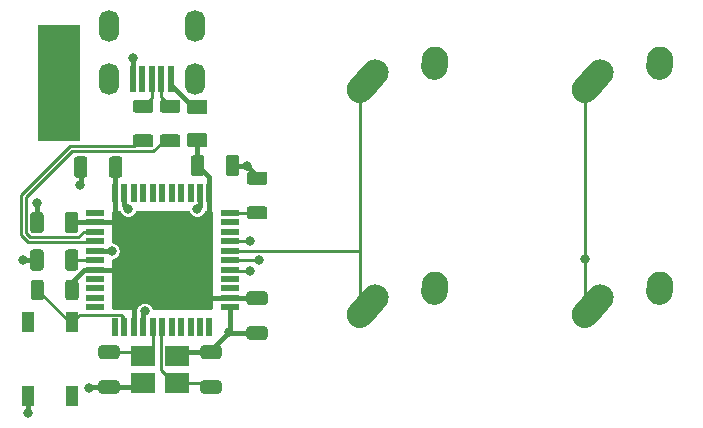
<source format=gbr>
%TF.GenerationSoftware,KiCad,Pcbnew,(5.1.7)-1*%
%TF.CreationDate,2020-10-25T17:01:22-04:00*%
%TF.ProjectId,keyboard_test,6b657962-6f61-4726-945f-746573742e6b,rev?*%
%TF.SameCoordinates,Original*%
%TF.FileFunction,Copper,L1,Top*%
%TF.FilePolarity,Positive*%
%FSLAX46Y46*%
G04 Gerber Fmt 4.6, Leading zero omitted, Abs format (unit mm)*
G04 Created by KiCad (PCBNEW (5.1.7)-1) date 2020-10-25 17:01:22*
%MOMM*%
%LPD*%
G01*
G04 APERTURE LIST*
%TA.AperFunction,NonConductor*%
%ADD10C,0.100000*%
%TD*%
%TA.AperFunction,SMDPad,CuDef*%
%ADD11R,2.100000X1.800000*%
%TD*%
%TA.AperFunction,ComponentPad*%
%ADD12O,1.700000X2.700000*%
%TD*%
%TA.AperFunction,SMDPad,CuDef*%
%ADD13R,0.500000X2.250000*%
%TD*%
%TA.AperFunction,SMDPad,CuDef*%
%ADD14R,0.550000X1.500000*%
%TD*%
%TA.AperFunction,SMDPad,CuDef*%
%ADD15R,1.500000X0.550000*%
%TD*%
%TA.AperFunction,SMDPad,CuDef*%
%ADD16R,1.100000X1.800000*%
%TD*%
%TA.AperFunction,ComponentPad*%
%ADD17C,2.250000*%
%TD*%
%TA.AperFunction,ViaPad*%
%ADD18C,0.800000*%
%TD*%
%TA.AperFunction,Conductor*%
%ADD19C,0.381000*%
%TD*%
%TA.AperFunction,Conductor*%
%ADD20C,0.254000*%
%TD*%
%TA.AperFunction,Conductor*%
%ADD21C,0.100000*%
%TD*%
G04 APERTURE END LIST*
D10*
G36*
X27940000Y-57277000D02*
G01*
X24511000Y-57277000D01*
X24511000Y-47498000D01*
X27940000Y-47498000D01*
X27940000Y-57277000D01*
G37*
X27940000Y-57277000D02*
X24511000Y-57277000D01*
X24511000Y-47498000D01*
X27940000Y-47498000D01*
X27940000Y-57277000D01*
D11*
%TO.P,Y1,4*%
%TO.N,Net-(C5-Pad1)*%
X36279750Y-77858000D03*
%TO.P,Y1,3*%
%TO.N,GND*%
X33379750Y-77858000D03*
%TO.P,Y1,2*%
%TO.N,Net-(C6-Pad1)*%
X33379750Y-75558000D03*
%TO.P,Y1,1*%
%TO.N,GND*%
X36279750Y-75558000D03*
%TD*%
D12*
%TO.P,USB1,6*%
%TO.N,GND*%
X37781250Y-47625000D03*
X30481250Y-47625000D03*
X30481250Y-52125000D03*
X37781250Y-52125000D03*
D13*
%TO.P,USB1,5*%
%TO.N,VCC*%
X35731250Y-52125000D03*
%TO.P,USB1,4*%
%TO.N,D-*%
X34931250Y-52125000D03*
%TO.P,USB1,3*%
%TO.N,D+*%
X34131250Y-52125000D03*
%TO.P,USB1,2*%
%TO.N,Net-(USB1-Pad2)*%
X33331250Y-52125000D03*
%TO.P,USB1,1*%
%TO.N,GND*%
X32531250Y-52125000D03*
%TD*%
D14*
%TO.P,U1,44*%
%TO.N,+5V*%
X31020250Y-61737000D03*
%TO.P,U1,43*%
%TO.N,GND*%
X31820250Y-61737000D03*
%TO.P,U1,42*%
%TO.N,Net-(U1-Pad42)*%
X32620250Y-61737000D03*
%TO.P,U1,41*%
%TO.N,Net-(U1-Pad41)*%
X33420250Y-61737000D03*
%TO.P,U1,40*%
%TO.N,Net-(U1-Pad40)*%
X34220250Y-61737000D03*
%TO.P,U1,39*%
%TO.N,Net-(U1-Pad39)*%
X35020250Y-61737000D03*
%TO.P,U1,38*%
%TO.N,Net-(U1-Pad38)*%
X35820250Y-61737000D03*
%TO.P,U1,37*%
%TO.N,Net-(U1-Pad37)*%
X36620250Y-61737000D03*
%TO.P,U1,36*%
%TO.N,Net-(U1-Pad36)*%
X37420250Y-61737000D03*
%TO.P,U1,35*%
%TO.N,GND*%
X38220250Y-61737000D03*
%TO.P,U1,34*%
%TO.N,+5V*%
X39020250Y-61737000D03*
D15*
%TO.P,U1,33*%
%TO.N,Net-(R4-Pad1)*%
X40720250Y-63437000D03*
%TO.P,U1,32*%
%TO.N,Net-(U1-Pad32)*%
X40720250Y-64237000D03*
%TO.P,U1,31*%
%TO.N,Net-(U1-Pad31)*%
X40720250Y-65037000D03*
%TO.P,U1,30*%
%TO.N,ROW_0*%
X40720250Y-65837000D03*
%TO.P,U1,29*%
%TO.N,COL_0*%
X40720250Y-66637000D03*
%TO.P,U1,28*%
%TO.N,COL_1*%
X40720250Y-67437000D03*
%TO.P,U1,27*%
%TO.N,ROW_1*%
X40720250Y-68237000D03*
%TO.P,U1,26*%
%TO.N,Net-(U1-Pad26)*%
X40720250Y-69037000D03*
%TO.P,U1,25*%
%TO.N,Net-(U1-Pad25)*%
X40720250Y-69837000D03*
%TO.P,U1,24*%
%TO.N,+5V*%
X40720250Y-70637000D03*
%TO.P,U1,23*%
%TO.N,GND*%
X40720250Y-71437000D03*
D14*
%TO.P,U1,22*%
%TO.N,Net-(U1-Pad22)*%
X39020250Y-73137000D03*
%TO.P,U1,21*%
%TO.N,Net-(U1-Pad21)*%
X38220250Y-73137000D03*
%TO.P,U1,20*%
%TO.N,Net-(U1-Pad20)*%
X37420250Y-73137000D03*
%TO.P,U1,19*%
%TO.N,Net-(U1-Pad19)*%
X36620250Y-73137000D03*
%TO.P,U1,18*%
%TO.N,Net-(U1-Pad18)*%
X35820250Y-73137000D03*
%TO.P,U1,17*%
%TO.N,Net-(C5-Pad1)*%
X35020250Y-73137000D03*
%TO.P,U1,16*%
%TO.N,Net-(C6-Pad1)*%
X34220250Y-73137000D03*
%TO.P,U1,15*%
%TO.N,GND*%
X33420250Y-73137000D03*
%TO.P,U1,14*%
%TO.N,+5V*%
X32620250Y-73137000D03*
%TO.P,U1,13*%
%TO.N,Net-(R1-Pad1)*%
X31820250Y-73137000D03*
%TO.P,U1,12*%
%TO.N,Net-(U1-Pad12)*%
X31020250Y-73137000D03*
D15*
%TO.P,U1,11*%
%TO.N,Net-(U1-Pad11)*%
X29320250Y-71437000D03*
%TO.P,U1,10*%
%TO.N,Net-(U1-Pad10)*%
X29320250Y-70637000D03*
%TO.P,U1,9*%
%TO.N,Net-(U1-Pad9)*%
X29320250Y-69837000D03*
%TO.P,U1,8*%
%TO.N,Net-(U1-Pad8)*%
X29320250Y-69037000D03*
%TO.P,U1,7*%
%TO.N,+5V*%
X29320250Y-68237000D03*
%TO.P,U1,6*%
%TO.N,Net-(C7-Pad1)*%
X29320250Y-67437000D03*
%TO.P,U1,5*%
%TO.N,GND*%
X29320250Y-66637000D03*
%TO.P,U1,4*%
%TO.N,Net-(R2-Pad1)*%
X29320250Y-65837000D03*
%TO.P,U1,3*%
%TO.N,Net-(R3-Pad2)*%
X29320250Y-65037000D03*
%TO.P,U1,2*%
%TO.N,+5V*%
X29320250Y-64237000D03*
%TO.P,U1,1*%
%TO.N,Net-(U1-Pad1)*%
X29320250Y-63437000D03*
%TD*%
D16*
%TO.P,SW1,4*%
%TO.N,N/C*%
X23677000Y-72719000D03*
%TO.P,SW1,3*%
X27377000Y-78919000D03*
%TO.P,SW1,2*%
%TO.N,Net-(R1-Pad1)*%
X27377000Y-72719000D03*
%TO.P,SW1,1*%
%TO.N,GND*%
X23677000Y-78919000D03*
%TD*%
%TO.P,R4,2*%
%TO.N,GND*%
%TA.AperFunction,SMDPad,CuDef*%
G36*
G01*
X43678001Y-61076000D02*
X42427999Y-61076000D01*
G75*
G02*
X42178000Y-60826001I0J249999D01*
G01*
X42178000Y-60200999D01*
G75*
G02*
X42427999Y-59951000I249999J0D01*
G01*
X43678001Y-59951000D01*
G75*
G02*
X43928000Y-60200999I0J-249999D01*
G01*
X43928000Y-60826001D01*
G75*
G02*
X43678001Y-61076000I-249999J0D01*
G01*
G37*
%TD.AperFunction*%
%TO.P,R4,1*%
%TO.N,Net-(R4-Pad1)*%
%TA.AperFunction,SMDPad,CuDef*%
G36*
G01*
X43678001Y-64001000D02*
X42427999Y-64001000D01*
G75*
G02*
X42178000Y-63751001I0J249999D01*
G01*
X42178000Y-63125999D01*
G75*
G02*
X42427999Y-62876000I249999J0D01*
G01*
X43678001Y-62876000D01*
G75*
G02*
X43928000Y-63125999I0J-249999D01*
G01*
X43928000Y-63751001D01*
G75*
G02*
X43678001Y-64001000I-249999J0D01*
G01*
G37*
%TD.AperFunction*%
%TD*%
%TO.P,R3,2*%
%TO.N,Net-(R3-Pad2)*%
%TA.AperFunction,SMDPad,CuDef*%
G36*
G01*
X35061999Y-56780000D02*
X36312001Y-56780000D01*
G75*
G02*
X36562000Y-57029999I0J-249999D01*
G01*
X36562000Y-57655001D01*
G75*
G02*
X36312001Y-57905000I-249999J0D01*
G01*
X35061999Y-57905000D01*
G75*
G02*
X34812000Y-57655001I0J249999D01*
G01*
X34812000Y-57029999D01*
G75*
G02*
X35061999Y-56780000I249999J0D01*
G01*
G37*
%TD.AperFunction*%
%TO.P,R3,1*%
%TO.N,D-*%
%TA.AperFunction,SMDPad,CuDef*%
G36*
G01*
X35061999Y-53855000D02*
X36312001Y-53855000D01*
G75*
G02*
X36562000Y-54104999I0J-249999D01*
G01*
X36562000Y-54730001D01*
G75*
G02*
X36312001Y-54980000I-249999J0D01*
G01*
X35061999Y-54980000D01*
G75*
G02*
X34812000Y-54730001I0J249999D01*
G01*
X34812000Y-54104999D01*
G75*
G02*
X35061999Y-53855000I249999J0D01*
G01*
G37*
%TD.AperFunction*%
%TD*%
%TO.P,R2,2*%
%TO.N,D+*%
%TA.AperFunction,SMDPad,CuDef*%
G36*
G01*
X34026001Y-54980000D02*
X32775999Y-54980000D01*
G75*
G02*
X32526000Y-54730001I0J249999D01*
G01*
X32526000Y-54104999D01*
G75*
G02*
X32775999Y-53855000I249999J0D01*
G01*
X34026001Y-53855000D01*
G75*
G02*
X34276000Y-54104999I0J-249999D01*
G01*
X34276000Y-54730001D01*
G75*
G02*
X34026001Y-54980000I-249999J0D01*
G01*
G37*
%TD.AperFunction*%
%TO.P,R2,1*%
%TO.N,Net-(R2-Pad1)*%
%TA.AperFunction,SMDPad,CuDef*%
G36*
G01*
X34026001Y-57905000D02*
X32775999Y-57905000D01*
G75*
G02*
X32526000Y-57655001I0J249999D01*
G01*
X32526000Y-57029999D01*
G75*
G02*
X32775999Y-56780000I249999J0D01*
G01*
X34026001Y-56780000D01*
G75*
G02*
X34276000Y-57029999I0J-249999D01*
G01*
X34276000Y-57655001D01*
G75*
G02*
X34026001Y-57905000I-249999J0D01*
G01*
G37*
%TD.AperFunction*%
%TD*%
%TO.P,R1,2*%
%TO.N,+5V*%
%TA.AperFunction,SMDPad,CuDef*%
G36*
G01*
X26808000Y-70602001D02*
X26808000Y-69351999D01*
G75*
G02*
X27057999Y-69102000I249999J0D01*
G01*
X27683001Y-69102000D01*
G75*
G02*
X27933000Y-69351999I0J-249999D01*
G01*
X27933000Y-70602001D01*
G75*
G02*
X27683001Y-70852000I-249999J0D01*
G01*
X27057999Y-70852000D01*
G75*
G02*
X26808000Y-70602001I0J249999D01*
G01*
G37*
%TD.AperFunction*%
%TO.P,R1,1*%
%TO.N,Net-(R1-Pad1)*%
%TA.AperFunction,SMDPad,CuDef*%
G36*
G01*
X23883000Y-70602001D02*
X23883000Y-69351999D01*
G75*
G02*
X24132999Y-69102000I249999J0D01*
G01*
X24758001Y-69102000D01*
G75*
G02*
X25008000Y-69351999I0J-249999D01*
G01*
X25008000Y-70602001D01*
G75*
G02*
X24758001Y-70852000I-249999J0D01*
G01*
X24132999Y-70852000D01*
G75*
G02*
X23883000Y-70602001I0J249999D01*
G01*
G37*
%TD.AperFunction*%
%TD*%
D17*
%TO.P,MX4,1*%
%TO.N,COL_1*%
X72112500Y-70612500D03*
%TA.AperFunction,ComponentPad*%
G36*
G01*
X70051188Y-72909850D02*
X70051183Y-72909845D01*
G75*
G02*
X69965155Y-71321183I751317J837345D01*
G01*
X71275157Y-69861183D01*
G75*
G02*
X72863819Y-69775155I837345J-751317D01*
G01*
X72863819Y-69775155D01*
G75*
G02*
X72949847Y-71363817I-751317J-837345D01*
G01*
X71639845Y-72823817D01*
G75*
G02*
X70051183Y-72909845I-837345J751317D01*
G01*
G37*
%TD.AperFunction*%
%TO.P,MX4,2*%
%TO.N,Net-(D4-Pad2)*%
X77152500Y-69532500D03*
%TA.AperFunction,ComponentPad*%
G36*
G01*
X77035983Y-71234895D02*
X77035097Y-71234834D01*
G75*
G02*
X75990166Y-70035097I77403J1122334D01*
G01*
X76030166Y-69455097D01*
G75*
G02*
X77229903Y-68410166I1122334J-77403D01*
G01*
X77229903Y-68410166D01*
G75*
G02*
X78274834Y-69609903I-77403J-1122334D01*
G01*
X78234834Y-70189903D01*
G75*
G02*
X77035097Y-71234834I-1122334J77403D01*
G01*
G37*
%TD.AperFunction*%
%TD*%
%TO.P,MX3,1*%
%TO.N,COL_0*%
X53062500Y-70612500D03*
%TA.AperFunction,ComponentPad*%
G36*
G01*
X51001188Y-72909850D02*
X51001183Y-72909845D01*
G75*
G02*
X50915155Y-71321183I751317J837345D01*
G01*
X52225157Y-69861183D01*
G75*
G02*
X53813819Y-69775155I837345J-751317D01*
G01*
X53813819Y-69775155D01*
G75*
G02*
X53899847Y-71363817I-751317J-837345D01*
G01*
X52589845Y-72823817D01*
G75*
G02*
X51001183Y-72909845I-837345J751317D01*
G01*
G37*
%TD.AperFunction*%
%TO.P,MX3,2*%
%TO.N,Net-(D3-Pad2)*%
X58102500Y-69532500D03*
%TA.AperFunction,ComponentPad*%
G36*
G01*
X57985983Y-71234895D02*
X57985097Y-71234834D01*
G75*
G02*
X56940166Y-70035097I77403J1122334D01*
G01*
X56980166Y-69455097D01*
G75*
G02*
X58179903Y-68410166I1122334J-77403D01*
G01*
X58179903Y-68410166D01*
G75*
G02*
X59224834Y-69609903I-77403J-1122334D01*
G01*
X59184834Y-70189903D01*
G75*
G02*
X57985097Y-71234834I-1122334J77403D01*
G01*
G37*
%TD.AperFunction*%
%TD*%
%TO.P,MX2,1*%
%TO.N,COL_1*%
X72112500Y-51562500D03*
%TA.AperFunction,ComponentPad*%
G36*
G01*
X70051188Y-53859850D02*
X70051183Y-53859845D01*
G75*
G02*
X69965155Y-52271183I751317J837345D01*
G01*
X71275157Y-50811183D01*
G75*
G02*
X72863819Y-50725155I837345J-751317D01*
G01*
X72863819Y-50725155D01*
G75*
G02*
X72949847Y-52313817I-751317J-837345D01*
G01*
X71639845Y-53773817D01*
G75*
G02*
X70051183Y-53859845I-837345J751317D01*
G01*
G37*
%TD.AperFunction*%
%TO.P,MX2,2*%
%TO.N,Net-(D2-Pad2)*%
X77152500Y-50482500D03*
%TA.AperFunction,ComponentPad*%
G36*
G01*
X77035983Y-52184895D02*
X77035097Y-52184834D01*
G75*
G02*
X75990166Y-50985097I77403J1122334D01*
G01*
X76030166Y-50405097D01*
G75*
G02*
X77229903Y-49360166I1122334J-77403D01*
G01*
X77229903Y-49360166D01*
G75*
G02*
X78274834Y-50559903I-77403J-1122334D01*
G01*
X78234834Y-51139903D01*
G75*
G02*
X77035097Y-52184834I-1122334J77403D01*
G01*
G37*
%TD.AperFunction*%
%TD*%
%TO.P,MX1,1*%
%TO.N,COL_0*%
X53062500Y-51562500D03*
%TA.AperFunction,ComponentPad*%
G36*
G01*
X51001188Y-53859850D02*
X51001183Y-53859845D01*
G75*
G02*
X50915155Y-52271183I751317J837345D01*
G01*
X52225157Y-50811183D01*
G75*
G02*
X53813819Y-50725155I837345J-751317D01*
G01*
X53813819Y-50725155D01*
G75*
G02*
X53899847Y-52313817I-751317J-837345D01*
G01*
X52589845Y-53773817D01*
G75*
G02*
X51001183Y-53859845I-837345J751317D01*
G01*
G37*
%TD.AperFunction*%
%TO.P,MX1,2*%
%TO.N,Net-(D1-Pad2)*%
X58102500Y-50482500D03*
%TA.AperFunction,ComponentPad*%
G36*
G01*
X57985983Y-52184895D02*
X57985097Y-52184834D01*
G75*
G02*
X56940166Y-50985097I77403J1122334D01*
G01*
X56980166Y-50405097D01*
G75*
G02*
X58179903Y-49360166I1122334J-77403D01*
G01*
X58179903Y-49360166D01*
G75*
G02*
X59224834Y-50559903I-77403J-1122334D01*
G01*
X59184834Y-51139903D01*
G75*
G02*
X57985097Y-52184834I-1122334J77403D01*
G01*
G37*
%TD.AperFunction*%
%TD*%
%TO.P,F1,2*%
%TO.N,VCC*%
%TA.AperFunction,SMDPad,CuDef*%
G36*
G01*
X38598000Y-55105000D02*
X37348000Y-55105000D01*
G75*
G02*
X37098000Y-54855000I0J250000D01*
G01*
X37098000Y-54105000D01*
G75*
G02*
X37348000Y-53855000I250000J0D01*
G01*
X38598000Y-53855000D01*
G75*
G02*
X38848000Y-54105000I0J-250000D01*
G01*
X38848000Y-54855000D01*
G75*
G02*
X38598000Y-55105000I-250000J0D01*
G01*
G37*
%TD.AperFunction*%
%TO.P,F1,1*%
%TO.N,+5V*%
%TA.AperFunction,SMDPad,CuDef*%
G36*
G01*
X38598000Y-57905000D02*
X37348000Y-57905000D01*
G75*
G02*
X37098000Y-57655000I0J250000D01*
G01*
X37098000Y-56905000D01*
G75*
G02*
X37348000Y-56655000I250000J0D01*
G01*
X38598000Y-56655000D01*
G75*
G02*
X38848000Y-56905000I0J-250000D01*
G01*
X38848000Y-57655000D01*
G75*
G02*
X38598000Y-57905000I-250000J0D01*
G01*
G37*
%TD.AperFunction*%
%TD*%
%TO.P,C7,2*%
%TO.N,GND*%
%TA.AperFunction,SMDPad,CuDef*%
G36*
G01*
X24976250Y-66786999D02*
X24976250Y-68087001D01*
G75*
G02*
X24726251Y-68337000I-249999J0D01*
G01*
X24076249Y-68337000D01*
G75*
G02*
X23826250Y-68087001I0J249999D01*
G01*
X23826250Y-66786999D01*
G75*
G02*
X24076249Y-66537000I249999J0D01*
G01*
X24726251Y-66537000D01*
G75*
G02*
X24976250Y-66786999I0J-249999D01*
G01*
G37*
%TD.AperFunction*%
%TO.P,C7,1*%
%TO.N,Net-(C7-Pad1)*%
%TA.AperFunction,SMDPad,CuDef*%
G36*
G01*
X27926250Y-66786999D02*
X27926250Y-68087001D01*
G75*
G02*
X27676251Y-68337000I-249999J0D01*
G01*
X27026249Y-68337000D01*
G75*
G02*
X26776250Y-68087001I0J249999D01*
G01*
X26776250Y-66786999D01*
G75*
G02*
X27026249Y-66537000I249999J0D01*
G01*
X27676251Y-66537000D01*
G75*
G02*
X27926250Y-66786999I0J-249999D01*
G01*
G37*
%TD.AperFunction*%
%TD*%
%TO.P,C6,2*%
%TO.N,GND*%
%TA.AperFunction,SMDPad,CuDef*%
G36*
G01*
X29861749Y-77608000D02*
X31161751Y-77608000D01*
G75*
G02*
X31411750Y-77857999I0J-249999D01*
G01*
X31411750Y-78508001D01*
G75*
G02*
X31161751Y-78758000I-249999J0D01*
G01*
X29861749Y-78758000D01*
G75*
G02*
X29611750Y-78508001I0J249999D01*
G01*
X29611750Y-77857999D01*
G75*
G02*
X29861749Y-77608000I249999J0D01*
G01*
G37*
%TD.AperFunction*%
%TO.P,C6,1*%
%TO.N,Net-(C6-Pad1)*%
%TA.AperFunction,SMDPad,CuDef*%
G36*
G01*
X29861749Y-74658000D02*
X31161751Y-74658000D01*
G75*
G02*
X31411750Y-74907999I0J-249999D01*
G01*
X31411750Y-75558001D01*
G75*
G02*
X31161751Y-75808000I-249999J0D01*
G01*
X29861749Y-75808000D01*
G75*
G02*
X29611750Y-75558001I0J249999D01*
G01*
X29611750Y-74907999D01*
G75*
G02*
X29861749Y-74658000I249999J0D01*
G01*
G37*
%TD.AperFunction*%
%TD*%
%TO.P,C5,2*%
%TO.N,GND*%
%TA.AperFunction,SMDPad,CuDef*%
G36*
G01*
X39797751Y-75808000D02*
X38497749Y-75808000D01*
G75*
G02*
X38247750Y-75558001I0J249999D01*
G01*
X38247750Y-74907999D01*
G75*
G02*
X38497749Y-74658000I249999J0D01*
G01*
X39797751Y-74658000D01*
G75*
G02*
X40047750Y-74907999I0J-249999D01*
G01*
X40047750Y-75558001D01*
G75*
G02*
X39797751Y-75808000I-249999J0D01*
G01*
G37*
%TD.AperFunction*%
%TO.P,C5,1*%
%TO.N,Net-(C5-Pad1)*%
%TA.AperFunction,SMDPad,CuDef*%
G36*
G01*
X39797751Y-78758000D02*
X38497749Y-78758000D01*
G75*
G02*
X38247750Y-78508001I0J249999D01*
G01*
X38247750Y-77857999D01*
G75*
G02*
X38497749Y-77608000I249999J0D01*
G01*
X39797751Y-77608000D01*
G75*
G02*
X40047750Y-77857999I0J-249999D01*
G01*
X40047750Y-78508001D01*
G75*
G02*
X39797751Y-78758000I-249999J0D01*
G01*
G37*
%TD.AperFunction*%
%TD*%
%TO.P,C4,2*%
%TO.N,GND*%
%TA.AperFunction,SMDPad,CuDef*%
G36*
G01*
X28691000Y-58912999D02*
X28691000Y-60213001D01*
G75*
G02*
X28441001Y-60463000I-249999J0D01*
G01*
X27790999Y-60463000D01*
G75*
G02*
X27541000Y-60213001I0J249999D01*
G01*
X27541000Y-58912999D01*
G75*
G02*
X27790999Y-58663000I249999J0D01*
G01*
X28441001Y-58663000D01*
G75*
G02*
X28691000Y-58912999I0J-249999D01*
G01*
G37*
%TD.AperFunction*%
%TO.P,C4,1*%
%TO.N,+5V*%
%TA.AperFunction,SMDPad,CuDef*%
G36*
G01*
X31641000Y-58912999D02*
X31641000Y-60213001D01*
G75*
G02*
X31391001Y-60463000I-249999J0D01*
G01*
X30740999Y-60463000D01*
G75*
G02*
X30491000Y-60213001I0J249999D01*
G01*
X30491000Y-58912999D01*
G75*
G02*
X30740999Y-58663000I249999J0D01*
G01*
X31391001Y-58663000D01*
G75*
G02*
X31641000Y-58912999I0J-249999D01*
G01*
G37*
%TD.AperFunction*%
%TD*%
%TO.P,C3,2*%
%TO.N,GND*%
%TA.AperFunction,SMDPad,CuDef*%
G36*
G01*
X42402999Y-73036000D02*
X43703001Y-73036000D01*
G75*
G02*
X43953000Y-73285999I0J-249999D01*
G01*
X43953000Y-73936001D01*
G75*
G02*
X43703001Y-74186000I-249999J0D01*
G01*
X42402999Y-74186000D01*
G75*
G02*
X42153000Y-73936001I0J249999D01*
G01*
X42153000Y-73285999D01*
G75*
G02*
X42402999Y-73036000I249999J0D01*
G01*
G37*
%TD.AperFunction*%
%TO.P,C3,1*%
%TO.N,+5V*%
%TA.AperFunction,SMDPad,CuDef*%
G36*
G01*
X42402999Y-70086000D02*
X43703001Y-70086000D01*
G75*
G02*
X43953000Y-70335999I0J-249999D01*
G01*
X43953000Y-70986001D01*
G75*
G02*
X43703001Y-71236000I-249999J0D01*
G01*
X42402999Y-71236000D01*
G75*
G02*
X42153000Y-70986001I0J249999D01*
G01*
X42153000Y-70335999D01*
G75*
G02*
X42402999Y-70086000I249999J0D01*
G01*
G37*
%TD.AperFunction*%
%TD*%
%TO.P,C2,2*%
%TO.N,GND*%
%TA.AperFunction,SMDPad,CuDef*%
G36*
G01*
X24976250Y-63611999D02*
X24976250Y-64912001D01*
G75*
G02*
X24726251Y-65162000I-249999J0D01*
G01*
X24076249Y-65162000D01*
G75*
G02*
X23826250Y-64912001I0J249999D01*
G01*
X23826250Y-63611999D01*
G75*
G02*
X24076249Y-63362000I249999J0D01*
G01*
X24726251Y-63362000D01*
G75*
G02*
X24976250Y-63611999I0J-249999D01*
G01*
G37*
%TD.AperFunction*%
%TO.P,C2,1*%
%TO.N,+5V*%
%TA.AperFunction,SMDPad,CuDef*%
G36*
G01*
X27926250Y-63611999D02*
X27926250Y-64912001D01*
G75*
G02*
X27676251Y-65162000I-249999J0D01*
G01*
X27026249Y-65162000D01*
G75*
G02*
X26776250Y-64912001I0J249999D01*
G01*
X26776250Y-63611999D01*
G75*
G02*
X27026249Y-63362000I249999J0D01*
G01*
X27676251Y-63362000D01*
G75*
G02*
X27926250Y-63611999I0J-249999D01*
G01*
G37*
%TD.AperFunction*%
%TD*%
%TO.P,C1,2*%
%TO.N,GND*%
%TA.AperFunction,SMDPad,CuDef*%
G36*
G01*
X40397000Y-60086001D02*
X40397000Y-58785999D01*
G75*
G02*
X40646999Y-58536000I249999J0D01*
G01*
X41297001Y-58536000D01*
G75*
G02*
X41547000Y-58785999I0J-249999D01*
G01*
X41547000Y-60086001D01*
G75*
G02*
X41297001Y-60336000I-249999J0D01*
G01*
X40646999Y-60336000D01*
G75*
G02*
X40397000Y-60086001I0J249999D01*
G01*
G37*
%TD.AperFunction*%
%TO.P,C1,1*%
%TO.N,+5V*%
%TA.AperFunction,SMDPad,CuDef*%
G36*
G01*
X37447000Y-60086001D02*
X37447000Y-58785999D01*
G75*
G02*
X37696999Y-58536000I249999J0D01*
G01*
X38347001Y-58536000D01*
G75*
G02*
X38597000Y-58785999I0J-249999D01*
G01*
X38597000Y-60086001D01*
G75*
G02*
X38347001Y-60336000I-249999J0D01*
G01*
X37696999Y-60336000D01*
G75*
G02*
X37447000Y-60086001I0J249999D01*
G01*
G37*
%TD.AperFunction*%
%TD*%
D18*
%TO.N,GND*%
X24384000Y-62611000D03*
X28067000Y-61087000D03*
X32512000Y-50292000D03*
X37973000Y-63119000D03*
X32131000Y-63119000D03*
X42164000Y-59436000D03*
X40640000Y-73533000D03*
X28829000Y-78232000D03*
X23622000Y-80391000D03*
X30734000Y-66675000D03*
X33528000Y-71755000D03*
X23241000Y-67437000D03*
%TO.N,ROW_0*%
X42418000Y-65786000D03*
%TO.N,ROW_1*%
X42418000Y-68326000D03*
%TO.N,COL_1*%
X43180000Y-67437000D03*
X70802500Y-67373500D03*
%TD*%
D19*
%TO.N,GND*%
X24401250Y-62628250D02*
X24384000Y-62611000D01*
X24401250Y-64262000D02*
X24401250Y-62628250D01*
X28116000Y-61038000D02*
X28067000Y-61087000D01*
X28116000Y-59563000D02*
X28116000Y-61038000D01*
X32531250Y-50311250D02*
X32512000Y-50292000D01*
X32531250Y-52125000D02*
X32531250Y-50311250D01*
X38220250Y-62871750D02*
X37973000Y-63119000D01*
X38220250Y-61737000D02*
X38220250Y-62871750D01*
X31820250Y-62808250D02*
X32131000Y-63119000D01*
X31820250Y-61737000D02*
X31820250Y-62808250D01*
X40972000Y-59436000D02*
X42164000Y-59436000D01*
X43053000Y-60325000D02*
X42164000Y-59436000D01*
X43053000Y-60513500D02*
X43053000Y-60325000D01*
X40720250Y-73452750D02*
X40640000Y-73533000D01*
X40720250Y-71437000D02*
X40720250Y-73452750D01*
X40718000Y-73611000D02*
X40640000Y-73533000D01*
X43053000Y-73611000D02*
X40718000Y-73611000D01*
X39147750Y-75025250D02*
X40640000Y-73533000D01*
X39147750Y-75233000D02*
X39147750Y-75025250D01*
X36604750Y-75233000D02*
X36279750Y-75558000D01*
X39147750Y-75233000D02*
X36604750Y-75233000D01*
X33054750Y-78183000D02*
X33379750Y-77858000D01*
X30511750Y-78183000D02*
X33054750Y-78183000D01*
X28878000Y-78183000D02*
X28829000Y-78232000D01*
X30511750Y-78183000D02*
X28878000Y-78183000D01*
X23677000Y-80336000D02*
X23622000Y-80391000D01*
X23677000Y-78919000D02*
X23677000Y-80336000D01*
X30696000Y-66637000D02*
X30734000Y-66675000D01*
X29320250Y-66637000D02*
X30696000Y-66637000D01*
X33420250Y-71862750D02*
X33528000Y-71755000D01*
X33420250Y-73137000D02*
X33420250Y-71862750D01*
X24401250Y-67437000D02*
X23241000Y-67437000D01*
%TO.N,+5V*%
X37973000Y-59387000D02*
X38022000Y-59436000D01*
X37973000Y-57280000D02*
X37973000Y-59387000D01*
X39020250Y-60434250D02*
X39020250Y-61737000D01*
X38022000Y-59436000D02*
X39020250Y-60434250D01*
X31020250Y-59608750D02*
X31066000Y-59563000D01*
X31020250Y-61737000D02*
X31020250Y-59608750D01*
X27376250Y-64237000D02*
X27351250Y-64262000D01*
X29320250Y-64237000D02*
X27376250Y-64237000D01*
X28432070Y-68237000D02*
X27370500Y-69298570D01*
X27370500Y-69298570D02*
X27370500Y-69977000D01*
X29320250Y-68237000D02*
X28432070Y-68237000D01*
X43029000Y-70637000D02*
X43053000Y-70661000D01*
X40720250Y-70637000D02*
X43029000Y-70637000D01*
X30886000Y-64237000D02*
X29320250Y-64237000D01*
X32423000Y-68237000D02*
X32620250Y-68434250D01*
X40720250Y-70637000D02*
X39268000Y-70637000D01*
X39268000Y-70637000D02*
X39020250Y-70389250D01*
X38970250Y-69233750D02*
X39020250Y-69183750D01*
X32620250Y-69233750D02*
X38970250Y-69233750D01*
X39020250Y-69183750D02*
X39020250Y-61737000D01*
X39020250Y-70389250D02*
X39020250Y-69183750D01*
X32620250Y-68434250D02*
X32620250Y-69233750D01*
X32620250Y-69233750D02*
X32620250Y-73137000D01*
X31020250Y-68180250D02*
X31077000Y-68237000D01*
X29320250Y-68237000D02*
X31077000Y-68237000D01*
X31077000Y-68237000D02*
X32423000Y-68237000D01*
X31020250Y-63659250D02*
X31020250Y-64102750D01*
X31020250Y-64102750D02*
X30886000Y-64237000D01*
X31020250Y-61737000D02*
X31020250Y-63659250D01*
D20*
%TO.N,Net-(C5-Pad1)*%
X36041148Y-77858000D02*
X36279750Y-77858000D01*
X34902749Y-76719601D02*
X36041148Y-77858000D01*
X34902749Y-73254501D02*
X34902749Y-76719601D01*
X35020250Y-73137000D02*
X34902749Y-73254501D01*
X38822750Y-77858000D02*
X39147750Y-78183000D01*
X36279750Y-77858000D02*
X38822750Y-77858000D01*
%TO.N,Net-(C6-Pad1)*%
X33054750Y-75233000D02*
X33379750Y-75558000D01*
X30511750Y-75233000D02*
X33054750Y-75233000D01*
X34220250Y-74717500D02*
X33379750Y-75558000D01*
X34220250Y-73137000D02*
X34220250Y-74717500D01*
%TO.N,Net-(C7-Pad1)*%
X29320250Y-67437000D02*
X27351250Y-67437000D01*
%TO.N,ROW_0*%
X42367000Y-65837000D02*
X42418000Y-65786000D01*
X40720250Y-65837000D02*
X42367000Y-65837000D01*
%TO.N,ROW_1*%
X40809250Y-68326000D02*
X40720250Y-68237000D01*
X42418000Y-68326000D02*
X40809250Y-68326000D01*
D19*
%TO.N,VCC*%
X35731250Y-52618430D02*
X35731250Y-52125000D01*
X37592820Y-54480000D02*
X35731250Y-52618430D01*
X37973000Y-54480000D02*
X37592820Y-54480000D01*
D20*
%TO.N,COL_0*%
X51727000Y-66637000D02*
X51752500Y-66611500D01*
X40720250Y-66637000D02*
X51727000Y-66637000D01*
X51752500Y-66611500D02*
X51752500Y-72072500D01*
X51752500Y-53022500D02*
X51752500Y-66611500D01*
%TO.N,COL_1*%
X40720250Y-67437000D02*
X43180000Y-67437000D01*
X70802500Y-67373500D02*
X70802500Y-72072500D01*
X70802500Y-53022500D02*
X70802500Y-67373500D01*
%TO.N,D+*%
X34131250Y-53687250D02*
X33401000Y-54417500D01*
X34131250Y-52125000D02*
X34131250Y-53687250D01*
%TO.N,Net-(R2-Pad1)*%
X33081500Y-57342500D02*
X32646000Y-57778000D01*
X33401000Y-57342500D02*
X33081500Y-57342500D01*
X27182953Y-57778000D02*
X26917000Y-58043954D01*
X32646000Y-57778000D02*
X27182953Y-57778000D01*
X29214230Y-65943020D02*
X29320250Y-65837000D01*
X23649185Y-65943020D02*
X29214230Y-65943020D01*
X23045230Y-65339065D02*
X23649185Y-65943020D01*
X23045230Y-61915723D02*
X23045230Y-65339065D01*
X26917000Y-58043954D02*
X23045230Y-61915723D01*
%TO.N,Net-(R3-Pad2)*%
X35154518Y-57342500D02*
X35687000Y-57342500D01*
X34265008Y-58232010D02*
X35154518Y-57342500D01*
X27371010Y-58232010D02*
X34265008Y-58232010D01*
X23499240Y-62103780D02*
X27371010Y-58232010D01*
X23499240Y-65151008D02*
X23499240Y-62103780D01*
X23837242Y-65489010D02*
X23499240Y-65151008D01*
X27915258Y-65489010D02*
X23837242Y-65489010D01*
X28367268Y-65037000D02*
X27915258Y-65489010D01*
X29320250Y-65037000D02*
X28367268Y-65037000D01*
%TO.N,D-*%
X34931250Y-53661750D02*
X35687000Y-54417500D01*
X34931250Y-52125000D02*
X34931250Y-53661750D01*
%TO.N,Net-(R1-Pad1)*%
X27187500Y-72719000D02*
X24445500Y-69977000D01*
X27377000Y-72719000D02*
X27187500Y-72719000D01*
X31820250Y-72323398D02*
X31820250Y-73137000D01*
X31556851Y-72059999D02*
X31820250Y-72323398D01*
X28036001Y-72059999D02*
X31556851Y-72059999D01*
X27377000Y-72719000D02*
X28036001Y-72059999D01*
%TO.N,Net-(R4-Pad1)*%
X43051500Y-63437000D02*
X43053000Y-63438500D01*
X40720250Y-63437000D02*
X43051500Y-63437000D01*
%TD*%
%TO.N,+5V*%
X31438887Y-63488942D02*
X31524358Y-63616859D01*
X31633141Y-63725642D01*
X31761058Y-63811113D01*
X31903191Y-63869987D01*
X32054078Y-63900000D01*
X32207922Y-63900000D01*
X32358809Y-63869987D01*
X32500942Y-63811113D01*
X32628859Y-63725642D01*
X32737642Y-63616859D01*
X32823113Y-63488942D01*
X32871138Y-63373000D01*
X37232862Y-63373000D01*
X37280887Y-63488942D01*
X37366358Y-63616859D01*
X37475141Y-63725642D01*
X37603058Y-63811113D01*
X37745191Y-63869987D01*
X37896078Y-63900000D01*
X38049922Y-63900000D01*
X38200809Y-63869987D01*
X38342942Y-63811113D01*
X38470859Y-63725642D01*
X38579642Y-63616859D01*
X38665113Y-63488942D01*
X38713138Y-63373000D01*
X39116000Y-63373000D01*
X39116000Y-71501000D01*
X34268138Y-71501000D01*
X34220113Y-71385058D01*
X34134642Y-71257141D01*
X34025859Y-71148358D01*
X33897942Y-71062887D01*
X33755809Y-71004013D01*
X33604922Y-70974000D01*
X33451078Y-70974000D01*
X33300191Y-71004013D01*
X33158058Y-71062887D01*
X33030141Y-71148358D01*
X32921358Y-71257141D01*
X32835887Y-71385058D01*
X32787862Y-71501000D01*
X30861000Y-71501000D01*
X30861000Y-67446039D01*
X30961809Y-67425987D01*
X31103942Y-67367113D01*
X31231859Y-67281642D01*
X31340642Y-67172859D01*
X31426113Y-67044942D01*
X31484987Y-66902809D01*
X31515000Y-66751922D01*
X31515000Y-66598078D01*
X31484987Y-66447191D01*
X31426113Y-66305058D01*
X31340642Y-66177141D01*
X31231859Y-66068358D01*
X31103942Y-65982887D01*
X30961809Y-65924013D01*
X30861000Y-65903961D01*
X30861000Y-63373000D01*
X31390862Y-63373000D01*
X31438887Y-63488942D01*
%TA.AperFunction,Conductor*%
D21*
G36*
X31438887Y-63488942D02*
G01*
X31524358Y-63616859D01*
X31633141Y-63725642D01*
X31761058Y-63811113D01*
X31903191Y-63869987D01*
X32054078Y-63900000D01*
X32207922Y-63900000D01*
X32358809Y-63869987D01*
X32500942Y-63811113D01*
X32628859Y-63725642D01*
X32737642Y-63616859D01*
X32823113Y-63488942D01*
X32871138Y-63373000D01*
X37232862Y-63373000D01*
X37280887Y-63488942D01*
X37366358Y-63616859D01*
X37475141Y-63725642D01*
X37603058Y-63811113D01*
X37745191Y-63869987D01*
X37896078Y-63900000D01*
X38049922Y-63900000D01*
X38200809Y-63869987D01*
X38342942Y-63811113D01*
X38470859Y-63725642D01*
X38579642Y-63616859D01*
X38665113Y-63488942D01*
X38713138Y-63373000D01*
X39116000Y-63373000D01*
X39116000Y-71501000D01*
X34268138Y-71501000D01*
X34220113Y-71385058D01*
X34134642Y-71257141D01*
X34025859Y-71148358D01*
X33897942Y-71062887D01*
X33755809Y-71004013D01*
X33604922Y-70974000D01*
X33451078Y-70974000D01*
X33300191Y-71004013D01*
X33158058Y-71062887D01*
X33030141Y-71148358D01*
X32921358Y-71257141D01*
X32835887Y-71385058D01*
X32787862Y-71501000D01*
X30861000Y-71501000D01*
X30861000Y-67446039D01*
X30961809Y-67425987D01*
X31103942Y-67367113D01*
X31231859Y-67281642D01*
X31340642Y-67172859D01*
X31426113Y-67044942D01*
X31484987Y-66902809D01*
X31515000Y-66751922D01*
X31515000Y-66598078D01*
X31484987Y-66447191D01*
X31426113Y-66305058D01*
X31340642Y-66177141D01*
X31231859Y-66068358D01*
X31103942Y-65982887D01*
X30961809Y-65924013D01*
X30861000Y-65903961D01*
X30861000Y-63373000D01*
X31390862Y-63373000D01*
X31438887Y-63488942D01*
G37*
%TD.AperFunction*%
%TD*%
M02*

</source>
